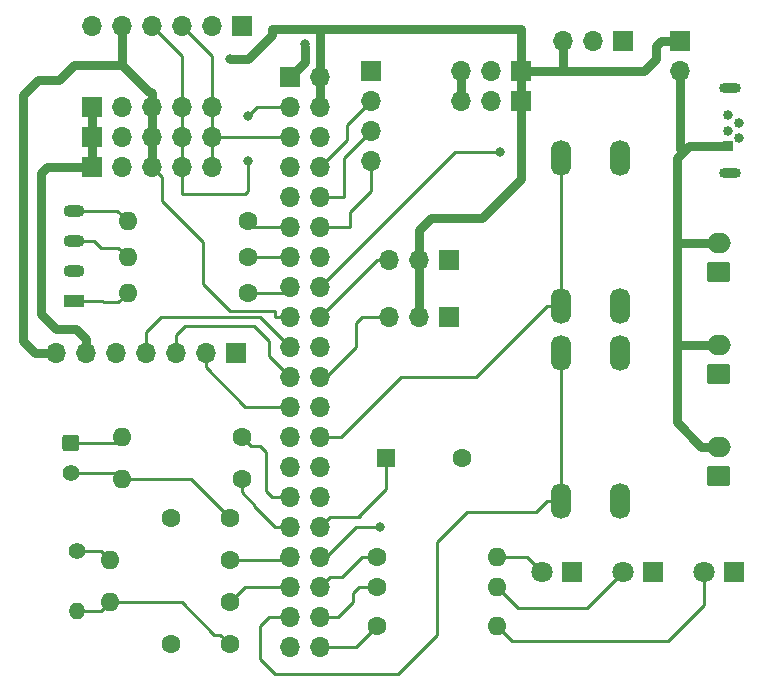
<source format=gbr>
G04 #@! TF.GenerationSoftware,KiCad,Pcbnew,(5.1.2)-1*
G04 #@! TF.CreationDate,2021-03-27T08:32:09+00:00*
G04 #@! TF.ProjectId,RPI_kits_PCB05,5250495f-6b69-4747-935f-50434230352e,rev?*
G04 #@! TF.SameCoordinates,Original*
G04 #@! TF.FileFunction,Copper,L1,Top*
G04 #@! TF.FilePolarity,Positive*
%FSLAX46Y46*%
G04 Gerber Fmt 4.6, Leading zero omitted, Abs format (unit mm)*
G04 Created by KiCad (PCBNEW (5.1.2)-1) date 2021-03-27 08:32:09*
%MOMM*%
%LPD*%
G04 APERTURE LIST*
%ADD10R,1.800000X1.070000*%
%ADD11O,1.800000X1.070000*%
%ADD12R,1.700000X1.700000*%
%ADD13O,1.700000X1.700000*%
%ADD14R,1.600000X1.600000*%
%ADD15C,1.600000*%
%ADD16C,1.800000*%
%ADD17R,1.800000X1.800000*%
%ADD18O,2.000000X1.700000*%
%ADD19C,0.150000*%
%ADD20C,1.700000*%
%ADD21C,1.400000*%
%ADD22O,1.600000X1.600000*%
%ADD23O,1.727200X3.048000*%
%ADD24O,1.400000X1.400000*%
%ADD25R,0.840000X0.840000*%
%ADD26C,0.840000*%
%ADD27O,1.850000X0.850000*%
%ADD28C,0.800000*%
%ADD29C,0.250000*%
%ADD30C,0.750000*%
%ADD31C,0.500000*%
G04 APERTURE END LIST*
D10*
X114046000Y-89535000D03*
D11*
X114046000Y-86995000D03*
X114046000Y-84455000D03*
X114046000Y-81915000D03*
D12*
X132334000Y-70612000D03*
D13*
X134874000Y-70612000D03*
X132334000Y-73152000D03*
X134874000Y-73152000D03*
X132334000Y-75692000D03*
X134874000Y-75692000D03*
X132334000Y-78232000D03*
X134874000Y-78232000D03*
X132334000Y-80772000D03*
X134874000Y-80772000D03*
X132334000Y-83312000D03*
X134874000Y-83312000D03*
X132334000Y-85852000D03*
X134874000Y-85852000D03*
X132334000Y-88392000D03*
X134874000Y-88392000D03*
X132334000Y-90932000D03*
X134874000Y-90932000D03*
X132334000Y-93472000D03*
X134874000Y-93472000D03*
X132334000Y-96012000D03*
X134874000Y-96012000D03*
X132334000Y-98552000D03*
X134874000Y-98552000D03*
X132334000Y-101092000D03*
X134874000Y-101092000D03*
X132334000Y-103632000D03*
X134874000Y-103632000D03*
X132334000Y-106172000D03*
X134874000Y-106172000D03*
X132334000Y-108712000D03*
X134874000Y-108712000D03*
X132334000Y-111252000D03*
X134874000Y-111252000D03*
X132334000Y-113792000D03*
X134874000Y-113792000D03*
X132334000Y-116332000D03*
X134874000Y-116332000D03*
X132334000Y-118872000D03*
X134874000Y-118872000D03*
D14*
X140462000Y-102870000D03*
D15*
X146962000Y-102870000D03*
X122254000Y-107950000D03*
X127254000Y-107950000D03*
X127254000Y-118618000D03*
X122254000Y-118618000D03*
D16*
X160528000Y-112522000D03*
D17*
X163068000Y-112522000D03*
D13*
X125730000Y-75692000D03*
X123190000Y-75692000D03*
X120650000Y-75692000D03*
X118110000Y-75692000D03*
D12*
X115570000Y-75692000D03*
X115570000Y-73152000D03*
D13*
X118110000Y-73152000D03*
X120650000Y-73152000D03*
X123190000Y-73152000D03*
X125730000Y-73152000D03*
X125730000Y-78232000D03*
X123190000Y-78232000D03*
X120650000Y-78232000D03*
X118110000Y-78232000D03*
D12*
X115570000Y-78232000D03*
X151892000Y-72644000D03*
D13*
X149352000Y-72644000D03*
X146812000Y-72644000D03*
X146812000Y-70104000D03*
X149352000Y-70104000D03*
D12*
X151892000Y-70104000D03*
X128270000Y-66294000D03*
D13*
X125730000Y-66294000D03*
X123190000Y-66294000D03*
X120650000Y-66294000D03*
X118110000Y-66294000D03*
X115570000Y-66294000D03*
D12*
X160528000Y-67564000D03*
D13*
X157988000Y-67564000D03*
X155448000Y-67564000D03*
X140716000Y-86106000D03*
X143256000Y-86106000D03*
D12*
X145796000Y-86106000D03*
X145796000Y-90932000D03*
D13*
X143256000Y-90932000D03*
X140716000Y-90932000D03*
D18*
X168656000Y-84622000D03*
D19*
G36*
X169430504Y-86273204D02*
G01*
X169454773Y-86276804D01*
X169478571Y-86282765D01*
X169501671Y-86291030D01*
X169523849Y-86301520D01*
X169544893Y-86314133D01*
X169564598Y-86328747D01*
X169582777Y-86345223D01*
X169599253Y-86363402D01*
X169613867Y-86383107D01*
X169626480Y-86404151D01*
X169636970Y-86426329D01*
X169645235Y-86449429D01*
X169651196Y-86473227D01*
X169654796Y-86497496D01*
X169656000Y-86522000D01*
X169656000Y-87722000D01*
X169654796Y-87746504D01*
X169651196Y-87770773D01*
X169645235Y-87794571D01*
X169636970Y-87817671D01*
X169626480Y-87839849D01*
X169613867Y-87860893D01*
X169599253Y-87880598D01*
X169582777Y-87898777D01*
X169564598Y-87915253D01*
X169544893Y-87929867D01*
X169523849Y-87942480D01*
X169501671Y-87952970D01*
X169478571Y-87961235D01*
X169454773Y-87967196D01*
X169430504Y-87970796D01*
X169406000Y-87972000D01*
X167906000Y-87972000D01*
X167881496Y-87970796D01*
X167857227Y-87967196D01*
X167833429Y-87961235D01*
X167810329Y-87952970D01*
X167788151Y-87942480D01*
X167767107Y-87929867D01*
X167747402Y-87915253D01*
X167729223Y-87898777D01*
X167712747Y-87880598D01*
X167698133Y-87860893D01*
X167685520Y-87839849D01*
X167675030Y-87817671D01*
X167666765Y-87794571D01*
X167660804Y-87770773D01*
X167657204Y-87746504D01*
X167656000Y-87722000D01*
X167656000Y-86522000D01*
X167657204Y-86497496D01*
X167660804Y-86473227D01*
X167666765Y-86449429D01*
X167675030Y-86426329D01*
X167685520Y-86404151D01*
X167698133Y-86383107D01*
X167712747Y-86363402D01*
X167729223Y-86345223D01*
X167747402Y-86328747D01*
X167767107Y-86314133D01*
X167788151Y-86301520D01*
X167810329Y-86291030D01*
X167833429Y-86282765D01*
X167857227Y-86276804D01*
X167881496Y-86273204D01*
X167906000Y-86272000D01*
X169406000Y-86272000D01*
X169430504Y-86273204D01*
X169430504Y-86273204D01*
G37*
D20*
X168656000Y-87122000D03*
D19*
G36*
X169430504Y-94909204D02*
G01*
X169454773Y-94912804D01*
X169478571Y-94918765D01*
X169501671Y-94927030D01*
X169523849Y-94937520D01*
X169544893Y-94950133D01*
X169564598Y-94964747D01*
X169582777Y-94981223D01*
X169599253Y-94999402D01*
X169613867Y-95019107D01*
X169626480Y-95040151D01*
X169636970Y-95062329D01*
X169645235Y-95085429D01*
X169651196Y-95109227D01*
X169654796Y-95133496D01*
X169656000Y-95158000D01*
X169656000Y-96358000D01*
X169654796Y-96382504D01*
X169651196Y-96406773D01*
X169645235Y-96430571D01*
X169636970Y-96453671D01*
X169626480Y-96475849D01*
X169613867Y-96496893D01*
X169599253Y-96516598D01*
X169582777Y-96534777D01*
X169564598Y-96551253D01*
X169544893Y-96565867D01*
X169523849Y-96578480D01*
X169501671Y-96588970D01*
X169478571Y-96597235D01*
X169454773Y-96603196D01*
X169430504Y-96606796D01*
X169406000Y-96608000D01*
X167906000Y-96608000D01*
X167881496Y-96606796D01*
X167857227Y-96603196D01*
X167833429Y-96597235D01*
X167810329Y-96588970D01*
X167788151Y-96578480D01*
X167767107Y-96565867D01*
X167747402Y-96551253D01*
X167729223Y-96534777D01*
X167712747Y-96516598D01*
X167698133Y-96496893D01*
X167685520Y-96475849D01*
X167675030Y-96453671D01*
X167666765Y-96430571D01*
X167660804Y-96406773D01*
X167657204Y-96382504D01*
X167656000Y-96358000D01*
X167656000Y-95158000D01*
X167657204Y-95133496D01*
X167660804Y-95109227D01*
X167666765Y-95085429D01*
X167675030Y-95062329D01*
X167685520Y-95040151D01*
X167698133Y-95019107D01*
X167712747Y-94999402D01*
X167729223Y-94981223D01*
X167747402Y-94964747D01*
X167767107Y-94950133D01*
X167788151Y-94937520D01*
X167810329Y-94927030D01*
X167833429Y-94918765D01*
X167857227Y-94912804D01*
X167881496Y-94909204D01*
X167906000Y-94908000D01*
X169406000Y-94908000D01*
X169430504Y-94909204D01*
X169430504Y-94909204D01*
G37*
D20*
X168656000Y-95758000D03*
D18*
X168656000Y-93258000D03*
X168656000Y-101894000D03*
D19*
G36*
X169430504Y-103545204D02*
G01*
X169454773Y-103548804D01*
X169478571Y-103554765D01*
X169501671Y-103563030D01*
X169523849Y-103573520D01*
X169544893Y-103586133D01*
X169564598Y-103600747D01*
X169582777Y-103617223D01*
X169599253Y-103635402D01*
X169613867Y-103655107D01*
X169626480Y-103676151D01*
X169636970Y-103698329D01*
X169645235Y-103721429D01*
X169651196Y-103745227D01*
X169654796Y-103769496D01*
X169656000Y-103794000D01*
X169656000Y-104994000D01*
X169654796Y-105018504D01*
X169651196Y-105042773D01*
X169645235Y-105066571D01*
X169636970Y-105089671D01*
X169626480Y-105111849D01*
X169613867Y-105132893D01*
X169599253Y-105152598D01*
X169582777Y-105170777D01*
X169564598Y-105187253D01*
X169544893Y-105201867D01*
X169523849Y-105214480D01*
X169501671Y-105224970D01*
X169478571Y-105233235D01*
X169454773Y-105239196D01*
X169430504Y-105242796D01*
X169406000Y-105244000D01*
X167906000Y-105244000D01*
X167881496Y-105242796D01*
X167857227Y-105239196D01*
X167833429Y-105233235D01*
X167810329Y-105224970D01*
X167788151Y-105214480D01*
X167767107Y-105201867D01*
X167747402Y-105187253D01*
X167729223Y-105170777D01*
X167712747Y-105152598D01*
X167698133Y-105132893D01*
X167685520Y-105111849D01*
X167675030Y-105089671D01*
X167666765Y-105066571D01*
X167660804Y-105042773D01*
X167657204Y-105018504D01*
X167656000Y-104994000D01*
X167656000Y-103794000D01*
X167657204Y-103769496D01*
X167660804Y-103745227D01*
X167666765Y-103721429D01*
X167675030Y-103698329D01*
X167685520Y-103676151D01*
X167698133Y-103655107D01*
X167712747Y-103635402D01*
X167729223Y-103617223D01*
X167747402Y-103600747D01*
X167767107Y-103586133D01*
X167788151Y-103573520D01*
X167810329Y-103563030D01*
X167833429Y-103554765D01*
X167857227Y-103548804D01*
X167881496Y-103545204D01*
X167906000Y-103544000D01*
X169406000Y-103544000D01*
X169430504Y-103545204D01*
X169430504Y-103545204D01*
G37*
D20*
X168656000Y-104394000D03*
D21*
X113792000Y-104160000D03*
D19*
G36*
X114267226Y-100901200D02*
G01*
X114291417Y-100904788D01*
X114315139Y-100910730D01*
X114338165Y-100918969D01*
X114360272Y-100929425D01*
X114381248Y-100941998D01*
X114400891Y-100956566D01*
X114419011Y-100972989D01*
X114435434Y-100991109D01*
X114450002Y-101010752D01*
X114462575Y-101031728D01*
X114473031Y-101053835D01*
X114481270Y-101076861D01*
X114487212Y-101100583D01*
X114490800Y-101124774D01*
X114492000Y-101149200D01*
X114492000Y-102050800D01*
X114490800Y-102075226D01*
X114487212Y-102099417D01*
X114481270Y-102123139D01*
X114473031Y-102146165D01*
X114462575Y-102168272D01*
X114450002Y-102189248D01*
X114435434Y-102208891D01*
X114419011Y-102227011D01*
X114400891Y-102243434D01*
X114381248Y-102258002D01*
X114360272Y-102270575D01*
X114338165Y-102281031D01*
X114315139Y-102289270D01*
X114291417Y-102295212D01*
X114267226Y-102298800D01*
X114242800Y-102300000D01*
X113341200Y-102300000D01*
X113316774Y-102298800D01*
X113292583Y-102295212D01*
X113268861Y-102289270D01*
X113245835Y-102281031D01*
X113223728Y-102270575D01*
X113202752Y-102258002D01*
X113183109Y-102243434D01*
X113164989Y-102227011D01*
X113148566Y-102208891D01*
X113133998Y-102189248D01*
X113121425Y-102168272D01*
X113110969Y-102146165D01*
X113102730Y-102123139D01*
X113096788Y-102099417D01*
X113093200Y-102075226D01*
X113092000Y-102050800D01*
X113092000Y-101149200D01*
X113093200Y-101124774D01*
X113096788Y-101100583D01*
X113102730Y-101076861D01*
X113110969Y-101053835D01*
X113121425Y-101031728D01*
X113133998Y-101010752D01*
X113148566Y-100991109D01*
X113164989Y-100972989D01*
X113183109Y-100956566D01*
X113202752Y-100941998D01*
X113223728Y-100929425D01*
X113245835Y-100918969D01*
X113268861Y-100910730D01*
X113292583Y-100904788D01*
X113316774Y-100901200D01*
X113341200Y-100900000D01*
X114242800Y-100900000D01*
X114267226Y-100901200D01*
X114267226Y-100901200D01*
G37*
D21*
X113792000Y-101600000D03*
D15*
X128778000Y-82804000D03*
D22*
X118618000Y-82804000D03*
X118618000Y-85852000D03*
D15*
X128778000Y-85852000D03*
X139700000Y-111252000D03*
D22*
X149860000Y-111252000D03*
X149860000Y-113792000D03*
D15*
X139700000Y-113792000D03*
X128270000Y-101092000D03*
D22*
X118110000Y-101092000D03*
D15*
X128270000Y-104648000D03*
D22*
X118110000Y-104648000D03*
D15*
X127254000Y-111506000D03*
D22*
X117094000Y-111506000D03*
X117094000Y-115062000D03*
D15*
X127254000Y-115062000D03*
D17*
X156210000Y-112522000D03*
D16*
X153670000Y-112522000D03*
D23*
X155274000Y-77470000D03*
X160274000Y-77470000D03*
X155274000Y-89970000D03*
X160274000Y-89970000D03*
X160274000Y-106480000D03*
X155274000Y-106480000D03*
X160274000Y-93980000D03*
X155274000Y-93980000D03*
D21*
X114300000Y-110744000D03*
D24*
X114300000Y-115824000D03*
D15*
X128778000Y-88900000D03*
D22*
X118618000Y-88900000D03*
D12*
X139192000Y-70104000D03*
D13*
X139192000Y-72644000D03*
X139192000Y-75184000D03*
X139192000Y-77724000D03*
D15*
X139700000Y-117094000D03*
D22*
X149860000Y-117094000D03*
D17*
X169926000Y-112522000D03*
D16*
X167386000Y-112522000D03*
D25*
X169418000Y-76454000D03*
D26*
X170418000Y-75804000D03*
X169418000Y-75154000D03*
X170418000Y-74504000D03*
X169418000Y-73854000D03*
D27*
X169638000Y-78729000D03*
X169638000Y-71579000D03*
D12*
X127762000Y-93980000D03*
D13*
X125222000Y-93980000D03*
X122682000Y-93980000D03*
X120142000Y-93980000D03*
X117602000Y-93980000D03*
X115062000Y-93980000D03*
X112522000Y-93980000D03*
D12*
X165354000Y-67564000D03*
D13*
X165354000Y-70104000D03*
D28*
X139954000Y-108712000D03*
X133604000Y-67818000D03*
X127254000Y-69088000D03*
X150114000Y-76962000D03*
X128778000Y-77724000D03*
X128778000Y-73914000D03*
D29*
X134874000Y-108712000D02*
X135723999Y-107862001D01*
X140462000Y-105488002D02*
X140462000Y-102870000D01*
X138088001Y-107862001D02*
X140462000Y-105488002D01*
X138088001Y-107862001D02*
X138263999Y-107862001D01*
X135723999Y-107862001D02*
X138088001Y-107862001D01*
X134874000Y-111252000D02*
X135382000Y-111252000D01*
X135382000Y-111252000D02*
X137414000Y-109220000D01*
X137414000Y-109220000D02*
X137922000Y-108712000D01*
X137922000Y-108712000D02*
X139954000Y-108712000D01*
X117622000Y-104160000D02*
X118110000Y-104648000D01*
X113792000Y-104160000D02*
X117622000Y-104160000D01*
X123952000Y-104648000D02*
X118110000Y-104648000D01*
X127254000Y-107950000D02*
X123952000Y-104648000D01*
X116332000Y-115824000D02*
X117094000Y-115062000D01*
X114300000Y-115824000D02*
X116332000Y-115824000D01*
X126454001Y-117818001D02*
X125946001Y-117818001D01*
X127254000Y-118618000D02*
X126454001Y-117818001D01*
X123190000Y-115062000D02*
X117094000Y-115062000D01*
X125946001Y-117818001D02*
X123190000Y-115062000D01*
D30*
X146812000Y-70104000D02*
X146812000Y-72644000D01*
X120650000Y-73152000D02*
X120650000Y-75692000D01*
X120650000Y-75692000D02*
X120650000Y-78232000D01*
X132334000Y-70612000D02*
X133604000Y-69342000D01*
X133604000Y-69342000D02*
X133604000Y-68072000D01*
D31*
X133604000Y-68072000D02*
X133604000Y-67818000D01*
D30*
X118110000Y-66294000D02*
X118110000Y-69596000D01*
X118110000Y-69596000D02*
X120396000Y-71882000D01*
X120650000Y-71949919D02*
X120650000Y-73152000D01*
X120582081Y-71882000D02*
X120650000Y-71949919D01*
X120396000Y-71882000D02*
X120582081Y-71882000D01*
X110744000Y-93980000D02*
X109728000Y-92964000D01*
X112522000Y-93980000D02*
X110744000Y-93980000D01*
X109728000Y-92964000D02*
X109728000Y-72136000D01*
X109728000Y-72136000D02*
X110998000Y-70866000D01*
X110998000Y-70866000D02*
X112776000Y-70866000D01*
X114046000Y-69596000D02*
X118110000Y-69596000D01*
X112776000Y-70866000D02*
X114046000Y-69596000D01*
D29*
X131131919Y-90932000D02*
X132334000Y-90932000D01*
X131064000Y-90864081D02*
X131131919Y-90932000D01*
X120650000Y-78232000D02*
X121499999Y-79081999D01*
X121499999Y-79081999D02*
X121499999Y-81113999D01*
X131064000Y-90424000D02*
X131064000Y-90864081D01*
X121499999Y-81113999D02*
X124968000Y-84582000D01*
X124968000Y-84582000D02*
X124968000Y-88138000D01*
X124968000Y-88138000D02*
X127254000Y-90424000D01*
X127254000Y-90424000D02*
X131064000Y-90424000D01*
D30*
X134874000Y-73152000D02*
X134874000Y-70612000D01*
X134874000Y-70612000D02*
X134874000Y-66548000D01*
X134874000Y-66548000D02*
X150876000Y-66548000D01*
X143256000Y-83566000D02*
X143256000Y-86106000D01*
X148590000Y-82550000D02*
X144272000Y-82550000D01*
X144272000Y-82550000D02*
X143256000Y-83566000D01*
X143256000Y-86106000D02*
X143256000Y-90932000D01*
X151892000Y-68754000D02*
X151892000Y-66548000D01*
X151892000Y-70104000D02*
X151892000Y-68754000D01*
X150876000Y-66548000D02*
X151892000Y-66548000D01*
X151892000Y-70104000D02*
X151892000Y-72644000D01*
X151892000Y-79248000D02*
X151892000Y-72644000D01*
X148590000Y-82550000D02*
X151892000Y-79248000D01*
X134874000Y-66548000D02*
X130810000Y-66548000D01*
X130810000Y-66548000D02*
X130810000Y-67056000D01*
X130810000Y-67056000D02*
X128778000Y-69088000D01*
X128778000Y-69088000D02*
X127254000Y-69088000D01*
X115570000Y-73152000D02*
X115570000Y-75692000D01*
X115570000Y-75692000D02*
X115570000Y-78232000D01*
X111760000Y-78232000D02*
X115570000Y-78232000D01*
X111252000Y-78740000D02*
X111760000Y-78232000D01*
X115062000Y-92777919D02*
X114232081Y-91948000D01*
X115062000Y-93980000D02*
X115062000Y-92777919D01*
X114232081Y-91948000D02*
X112522000Y-91948000D01*
X111252000Y-90678000D02*
X111252000Y-78740000D01*
X112522000Y-91948000D02*
X111252000Y-90678000D01*
D31*
X165100000Y-87376000D02*
X165140000Y-87416000D01*
D30*
X166116000Y-76454000D02*
X169418000Y-76454000D01*
X165100000Y-77470000D02*
X165100000Y-84582000D01*
X165100000Y-84582000D02*
X165100000Y-87376000D01*
X165100000Y-87376000D02*
X165100000Y-93218000D01*
X165100000Y-99838000D02*
X165100000Y-96774000D01*
X167156000Y-101894000D02*
X165100000Y-99838000D01*
X168656000Y-101894000D02*
X167156000Y-101894000D01*
X165100000Y-93218000D02*
X165100000Y-96774000D01*
D31*
X165100000Y-96774000D02*
X165100000Y-97790000D01*
D30*
X165140000Y-84622000D02*
X168656000Y-84622000D01*
D31*
X165100000Y-84582000D02*
X165140000Y-84622000D01*
D30*
X165140000Y-93258000D02*
X168656000Y-93258000D01*
D31*
X165100000Y-93218000D02*
X165140000Y-93258000D01*
D30*
X165354000Y-77216000D02*
X165100000Y-77470000D01*
X163754000Y-67564000D02*
X165354000Y-67564000D01*
X163322000Y-67996000D02*
X163754000Y-67564000D01*
X163322000Y-69088000D02*
X163322000Y-67996000D01*
X162306000Y-70104000D02*
X163322000Y-69088000D01*
X165354000Y-76708000D02*
X165608000Y-76962000D01*
X165354000Y-70104000D02*
X165354000Y-76708000D01*
X165100000Y-77470000D02*
X165608000Y-76962000D01*
X165608000Y-76962000D02*
X166116000Y-76454000D01*
X155448000Y-67564000D02*
X155448000Y-70104000D01*
X151892000Y-70104000D02*
X155448000Y-70104000D01*
X155448000Y-70104000D02*
X162306000Y-70104000D01*
D29*
X137160000Y-74676000D02*
X139192000Y-72644000D01*
X134874000Y-78232000D02*
X137160000Y-75946000D01*
X137160000Y-75946000D02*
X137160000Y-74676000D01*
X134874000Y-80772000D02*
X136906000Y-80772000D01*
X136906000Y-77470000D02*
X139192000Y-75184000D01*
X136906000Y-80772000D02*
X136906000Y-77470000D01*
X131826000Y-82804000D02*
X132334000Y-83312000D01*
X129286000Y-82804000D02*
X128778000Y-82804000D01*
X129286000Y-83312000D02*
X128778000Y-82804000D01*
X132334000Y-83312000D02*
X129286000Y-83312000D01*
X139192000Y-80264000D02*
X139192000Y-77724000D01*
X137414000Y-82042000D02*
X139192000Y-80264000D01*
X134874000Y-83312000D02*
X137414000Y-83312000D01*
X137414000Y-83312000D02*
X137414000Y-82042000D01*
X128778000Y-85852000D02*
X132334000Y-85852000D01*
X131826000Y-88900000D02*
X132334000Y-88392000D01*
X128778000Y-88900000D02*
X131826000Y-88900000D01*
X134874000Y-88392000D02*
X135382000Y-88392000D01*
X134874000Y-88392000D02*
X135723999Y-87542001D01*
X135723999Y-87542001D02*
X146304000Y-76962000D01*
X146304000Y-76962000D02*
X150114000Y-76962000D01*
X139700000Y-86106000D02*
X140716000Y-86106000D01*
X134874000Y-90932000D02*
X139700000Y-86106000D01*
X120142000Y-93980000D02*
X120142000Y-92202000D01*
X120142000Y-92202000D02*
X121412000Y-90932000D01*
X129794000Y-90932000D02*
X132334000Y-93472000D01*
X121412000Y-90932000D02*
X129794000Y-90932000D01*
X138430000Y-90932000D02*
X140716000Y-90932000D01*
X137922000Y-91440000D02*
X138430000Y-90932000D01*
X137922000Y-93472000D02*
X137922000Y-91440000D01*
X134874000Y-96012000D02*
X135382000Y-96012000D01*
X135382000Y-96012000D02*
X137922000Y-93472000D01*
X131131919Y-98552000D02*
X132334000Y-98552000D01*
X128591919Y-98552000D02*
X131131919Y-98552000D01*
X125222000Y-95182081D02*
X128591919Y-98552000D01*
X125222000Y-93980000D02*
X125222000Y-95182081D01*
X155274000Y-88196000D02*
X155274000Y-77470000D01*
X155274000Y-89970000D02*
X155274000Y-88196000D01*
X134874000Y-101092000D02*
X136652000Y-101092000D01*
X136652000Y-101092000D02*
X141732000Y-96012000D01*
X154160400Y-89970000D02*
X155274000Y-89970000D01*
X148118400Y-96012000D02*
X154160400Y-89970000D01*
X141732000Y-96012000D02*
X148118400Y-96012000D01*
X132080000Y-111506000D02*
X132334000Y-111252000D01*
X127254000Y-111506000D02*
X132080000Y-111506000D01*
X155274000Y-104706000D02*
X155274000Y-93980000D01*
X155274000Y-106480000D02*
X155274000Y-104706000D01*
X154160400Y-106480000D02*
X153198400Y-107442000D01*
X155274000Y-106480000D02*
X154160400Y-106480000D01*
X153198400Y-107442000D02*
X147320000Y-107442000D01*
X147320000Y-107442000D02*
X144780000Y-109982000D01*
X144780000Y-109982000D02*
X144780000Y-117856000D01*
X144780000Y-117856000D02*
X141478000Y-121158000D01*
X141478000Y-121158000D02*
X131064000Y-121158000D01*
X131064000Y-121158000D02*
X129794000Y-119888000D01*
X129794000Y-119888000D02*
X129794000Y-117094000D01*
X130556000Y-116332000D02*
X132334000Y-116332000D01*
X129794000Y-117094000D02*
X130556000Y-116332000D01*
X134874000Y-116332000D02*
X136398000Y-116332000D01*
X136398000Y-116332000D02*
X137668000Y-115062000D01*
X137668000Y-115062000D02*
X137668000Y-114300000D01*
X138176000Y-113792000D02*
X139700000Y-113792000D01*
X137668000Y-114300000D02*
X138176000Y-113792000D01*
X134874000Y-118872000D02*
X135507590Y-118872000D01*
X137922000Y-118872000D02*
X139700000Y-117094000D01*
X134874000Y-118872000D02*
X137922000Y-118872000D01*
X117602000Y-101600000D02*
X118110000Y-101092000D01*
X113792000Y-101600000D02*
X117602000Y-101600000D01*
X117729000Y-81915000D02*
X114046000Y-81915000D01*
X118618000Y-82804000D02*
X117729000Y-81915000D01*
X117818001Y-85052001D02*
X116369999Y-85052001D01*
X118618000Y-85852000D02*
X117818001Y-85052001D01*
X115772998Y-84455000D02*
X114046000Y-84455000D01*
X116369999Y-85052001D02*
X115772998Y-84455000D01*
X117818001Y-89699999D02*
X116623999Y-89699999D01*
X118618000Y-88900000D02*
X117818001Y-89699999D01*
X116459000Y-89535000D02*
X114046000Y-89535000D01*
X116623999Y-89699999D02*
X116459000Y-89535000D01*
X116332000Y-110744000D02*
X117094000Y-111506000D01*
X114300000Y-110744000D02*
X116332000Y-110744000D01*
X138430000Y-111252000D02*
X139700000Y-111252000D01*
X136739999Y-112942001D02*
X138430000Y-111252000D01*
X134874000Y-113792000D02*
X135723999Y-112942001D01*
X135723999Y-112942001D02*
X136739999Y-112942001D01*
X131131919Y-75692000D02*
X125730000Y-75692000D01*
X132334000Y-75692000D02*
X131131919Y-75692000D01*
X125730000Y-78232000D02*
X125730000Y-75692000D01*
X125730000Y-75692000D02*
X125730000Y-73152000D01*
X125730000Y-68834000D02*
X123190000Y-66294000D01*
X125730000Y-73152000D02*
X125730000Y-68834000D01*
X123190000Y-68834000D02*
X123190000Y-73152000D01*
X120650000Y-66294000D02*
X123190000Y-68834000D01*
X123190000Y-73152000D02*
X123190000Y-75692000D01*
X123190000Y-75692000D02*
X123190000Y-78232000D01*
X123190000Y-78232000D02*
X123190000Y-79434081D01*
X123190000Y-79434081D02*
X123190000Y-80518000D01*
X123190000Y-80518000D02*
X128524000Y-80518000D01*
X128524000Y-80518000D02*
X128778000Y-80264000D01*
X128778000Y-80264000D02*
X128778000Y-77724000D01*
X129540000Y-73152000D02*
X128778000Y-73914000D01*
X132334000Y-73152000D02*
X129540000Y-73152000D01*
X152400000Y-111252000D02*
X153670000Y-112522000D01*
X149860000Y-111252000D02*
X152400000Y-111252000D01*
X157480000Y-115570000D02*
X160528000Y-112522000D01*
X149860000Y-113792000D02*
X151638000Y-115570000D01*
X151638000Y-115570000D02*
X157480000Y-115570000D01*
X167386000Y-115316000D02*
X167386000Y-112522000D01*
X164338000Y-118364000D02*
X167386000Y-115316000D01*
X149860000Y-117094000D02*
X151130000Y-118364000D01*
X151130000Y-118364000D02*
X164338000Y-118364000D01*
X122682000Y-93980000D02*
X122682000Y-92456000D01*
X122682000Y-92456000D02*
X123444000Y-91694000D01*
X123444000Y-91694000D02*
X129286000Y-91694000D01*
X129286000Y-91694000D02*
X130556000Y-92964000D01*
X130556000Y-94234000D02*
X132334000Y-96012000D01*
X130556000Y-92964000D02*
X130556000Y-94234000D01*
X130810000Y-106172000D02*
X132334000Y-106172000D01*
X130302000Y-105664000D02*
X130810000Y-106172000D01*
X130302000Y-102362000D02*
X130302000Y-105664000D01*
X129831999Y-101891999D02*
X130302000Y-102362000D01*
X128270000Y-101092000D02*
X129069999Y-101891999D01*
X129069999Y-101891999D02*
X129831999Y-101891999D01*
X132334000Y-108712000D02*
X131131919Y-108712000D01*
X129446960Y-106956330D02*
X129446960Y-107027040D01*
X128270000Y-105779370D02*
X129446960Y-106956330D01*
X128270000Y-104648000D02*
X128270000Y-105779370D01*
X131131919Y-108712000D02*
X129446960Y-107027040D01*
X129446960Y-107027040D02*
X129353919Y-106934000D01*
X128524000Y-113792000D02*
X132334000Y-113792000D01*
X127254000Y-115062000D02*
X128524000Y-113792000D01*
M02*

</source>
